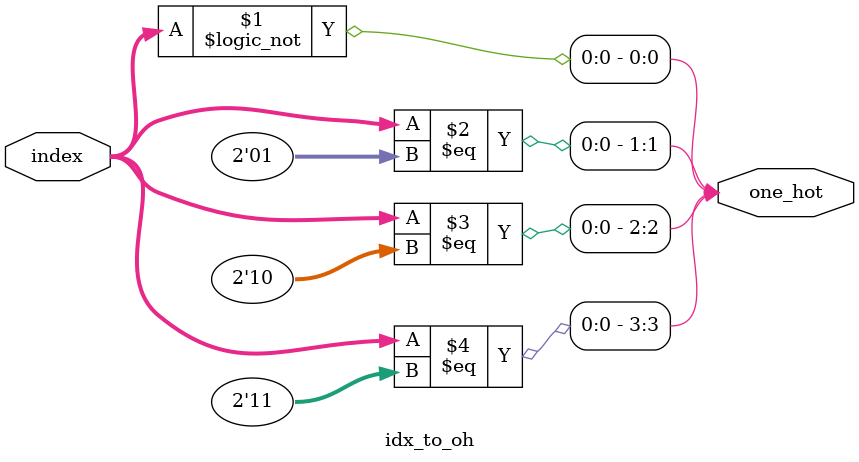
<source format=sv>
`timescale 1ns / 1ps
module idx_to_oh #(
	parameter NUM_SIGNALS = 4,
	parameter DIRECTION = "LSB0",
	parameter INDEX_WIDTH = $clog2(NUM_SIGNALS)
) (
	input        [INDEX_WIDTH - 1:0] index,
	output logic [NUM_SIGNALS - 1:0] one_hot
);

	genvar i;
	generate
		for (i = 0; i < NUM_SIGNALS; i++) begin
			if (DIRECTION == "LSB0") begin
				assign one_hot[i] = index == i;
			end else begin
				assign one_hot[i] = index == (NUM_SIGNALS-1-i);
			end
		end
	endgenerate

endmodule

</source>
